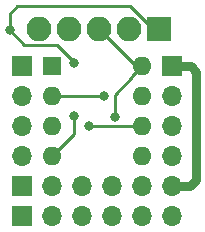
<source format=gbr>
G04 #@! TF.GenerationSoftware,KiCad,Pcbnew,(5.0.0)*
G04 #@! TF.CreationDate,2018-10-21T00:31:12-03:00*
G04 #@! TF.ProjectId,picdev8pin,7069636465763870696E2E6B69636164,rev?*
G04 #@! TF.SameCoordinates,Original*
G04 #@! TF.FileFunction,Copper,L2,Bot,Signal*
G04 #@! TF.FilePolarity,Positive*
%FSLAX46Y46*%
G04 Gerber Fmt 4.6, Leading zero omitted, Abs format (unit mm)*
G04 Created by KiCad (PCBNEW (5.0.0)) date 10/21/18 00:31:12*
%MOMM*%
%LPD*%
G01*
G04 APERTURE LIST*
G04 #@! TA.AperFunction,ComponentPad*
%ADD10O,2.100000X2.100000*%
G04 #@! TD*
G04 #@! TA.AperFunction,ComponentPad*
%ADD11R,2.100000X2.100000*%
G04 #@! TD*
G04 #@! TA.AperFunction,ComponentPad*
%ADD12O,1.600000X1.600000*%
G04 #@! TD*
G04 #@! TA.AperFunction,ComponentPad*
%ADD13R,1.600000X1.600000*%
G04 #@! TD*
G04 #@! TA.AperFunction,ComponentPad*
%ADD14R,1.700000X1.700000*%
G04 #@! TD*
G04 #@! TA.AperFunction,ComponentPad*
%ADD15O,1.700000X1.700000*%
G04 #@! TD*
G04 #@! TA.AperFunction,ViaPad*
%ADD16C,0.800000*%
G04 #@! TD*
G04 #@! TA.AperFunction,Conductor*
%ADD17C,0.250000*%
G04 #@! TD*
G04 #@! TA.AperFunction,Conductor*
%ADD18C,0.750000*%
G04 #@! TD*
G04 APERTURE END LIST*
D10*
G04 #@! TO.P,J1,5*
G04 #@! TO.N,Net-(J1-Pad5)*
X96059001Y-36830000D03*
G04 #@! TO.P,J1,4*
G04 #@! TO.N,Net-(J1-Pad4)*
X98599001Y-36830000D03*
G04 #@! TO.P,J1,3*
G04 #@! TO.N,VSS*
X101139001Y-36830000D03*
G04 #@! TO.P,J1,2*
G04 #@! TO.N,VDD*
X103679001Y-36830000D03*
D11*
G04 #@! TO.P,J1,1*
G04 #@! TO.N,MCLR*
X106219001Y-36830000D03*
G04 #@! TD*
D12*
G04 #@! TO.P,U2,8*
G04 #@! TO.N,VSS*
X104775000Y-40005000D03*
G04 #@! TO.P,U2,4*
G04 #@! TO.N,MCLR*
X97155000Y-47625000D03*
G04 #@! TO.P,U2,7*
G04 #@! TO.N,PGD*
X104775000Y-42545000D03*
G04 #@! TO.P,U2,3*
G04 #@! TO.N,Net-(J3-Pad3)*
X97155000Y-45085000D03*
G04 #@! TO.P,U2,6*
G04 #@! TO.N,PGC*
X104775000Y-45085000D03*
G04 #@! TO.P,U2,2*
G04 #@! TO.N,Net-(J3-Pad2)*
X97155000Y-42545000D03*
G04 #@! TO.P,U2,5*
G04 #@! TO.N,Net-(J2-Pad4)*
X104775000Y-47625000D03*
D13*
G04 #@! TO.P,U2,1*
G04 #@! TO.N,VDD*
X97155000Y-40005000D03*
G04 #@! TD*
D14*
G04 #@! TO.P,J2,1*
G04 #@! TO.N,VSS*
X107315000Y-40005000D03*
D15*
G04 #@! TO.P,J2,2*
G04 #@! TO.N,PGD*
X107315000Y-42545000D03*
G04 #@! TO.P,J2,3*
G04 #@! TO.N,PGC*
X107315000Y-45085000D03*
G04 #@! TO.P,J2,4*
G04 #@! TO.N,Net-(J2-Pad4)*
X107315000Y-47625000D03*
G04 #@! TD*
G04 #@! TO.P,J3,4*
G04 #@! TO.N,MCLR*
X94615000Y-47625000D03*
G04 #@! TO.P,J3,3*
G04 #@! TO.N,Net-(J3-Pad3)*
X94615000Y-45085000D03*
G04 #@! TO.P,J3,2*
G04 #@! TO.N,Net-(J3-Pad2)*
X94615000Y-42545000D03*
D14*
G04 #@! TO.P,J3,1*
G04 #@! TO.N,VDD*
X94615000Y-40005000D03*
G04 #@! TD*
D15*
G04 #@! TO.P,J4,6*
G04 #@! TO.N,VSS*
X107315000Y-50165000D03*
G04 #@! TO.P,J4,5*
X104775000Y-50165000D03*
G04 #@! TO.P,J4,4*
X102235000Y-50165000D03*
G04 #@! TO.P,J4,3*
X99695000Y-50165000D03*
G04 #@! TO.P,J4,2*
X97155000Y-50165000D03*
D14*
G04 #@! TO.P,J4,1*
X94615000Y-50165000D03*
G04 #@! TD*
D15*
G04 #@! TO.P,J5,6*
G04 #@! TO.N,VDD*
X107315000Y-52705000D03*
G04 #@! TO.P,J5,5*
X104775000Y-52705000D03*
G04 #@! TO.P,J5,4*
X102235000Y-52705000D03*
G04 #@! TO.P,J5,3*
X99695000Y-52705000D03*
G04 #@! TO.P,J5,2*
X97155000Y-52705000D03*
D14*
G04 #@! TO.P,J5,1*
X94615000Y-52705000D03*
G04 #@! TD*
D16*
G04 #@! TO.N,VSS*
X102489000Y-44323000D03*
G04 #@! TO.N,PGC*
X100330000Y-45085000D03*
G04 #@! TO.N,MCLR*
X99060000Y-44196000D03*
G04 #@! TO.N,Net-(J3-Pad2)*
X101600000Y-42545000D03*
G04 #@! TO.N,MCLR*
X93599000Y-36957000D03*
X99060000Y-39714000D03*
G04 #@! TD*
D17*
G04 #@! TO.N,VSS*
X103975001Y-40804999D02*
X104775000Y-40005000D01*
X103975001Y-40931999D02*
X103975001Y-40804999D01*
X102489000Y-42418000D02*
X103975001Y-40931999D01*
X102489000Y-44323000D02*
X102489000Y-42418000D01*
D18*
X108915000Y-40005000D02*
X109347000Y-40437000D01*
X107315000Y-40005000D02*
X108915000Y-40005000D01*
X109347000Y-40437000D02*
X109347000Y-49657000D01*
X108839000Y-50165000D02*
X107315000Y-50165000D01*
X109347000Y-49657000D02*
X108839000Y-50165000D01*
D17*
X104314001Y-40005000D02*
X104775000Y-40005000D01*
X101139001Y-36830000D02*
X104314001Y-40005000D01*
G04 #@! TO.N,PGC*
X100330000Y-45085000D02*
X104775000Y-45085000D01*
G04 #@! TO.N,MCLR*
X97155000Y-47625000D02*
X97954999Y-46825001D01*
X97954999Y-46825001D02*
X99060000Y-45720000D01*
X99060000Y-45720000D02*
X99060000Y-44196000D01*
G04 #@! TO.N,Net-(J3-Pad2)*
X101600000Y-42545000D02*
X97155000Y-42545000D01*
G04 #@! TO.N,MCLR*
X105714003Y-36830000D02*
X103809003Y-34925000D01*
X106219001Y-36830000D02*
X105714003Y-36830000D01*
X103809003Y-34925000D02*
X94615000Y-34925000D01*
X94615000Y-34925000D02*
X94234000Y-34925000D01*
X94234000Y-34925000D02*
X93599000Y-35560000D01*
X93599000Y-35560000D02*
X93599000Y-36957000D01*
X94847001Y-38205001D02*
X97641001Y-38205001D01*
X93599000Y-36957000D02*
X94847001Y-38205001D01*
X97641001Y-38205001D02*
X99060000Y-39624000D01*
X99060000Y-39624000D02*
X99060000Y-39714000D01*
G04 #@! TD*
M02*

</source>
